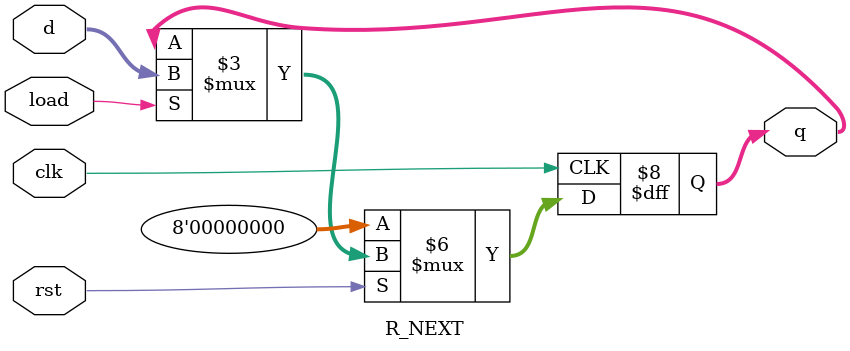
<source format=v>
module R_NEXT(clk, rst, load, d, q);
  parameter WIDTH = 8;
  input clk, rst, load;
  input [WIDTH-1:0] d;
  output reg [WIDTH-1:0] q;
  always @(posedge clk) begin
    if (!rst) q <=0;
    else if (load) q <= d;
  end    
endmodule

</source>
